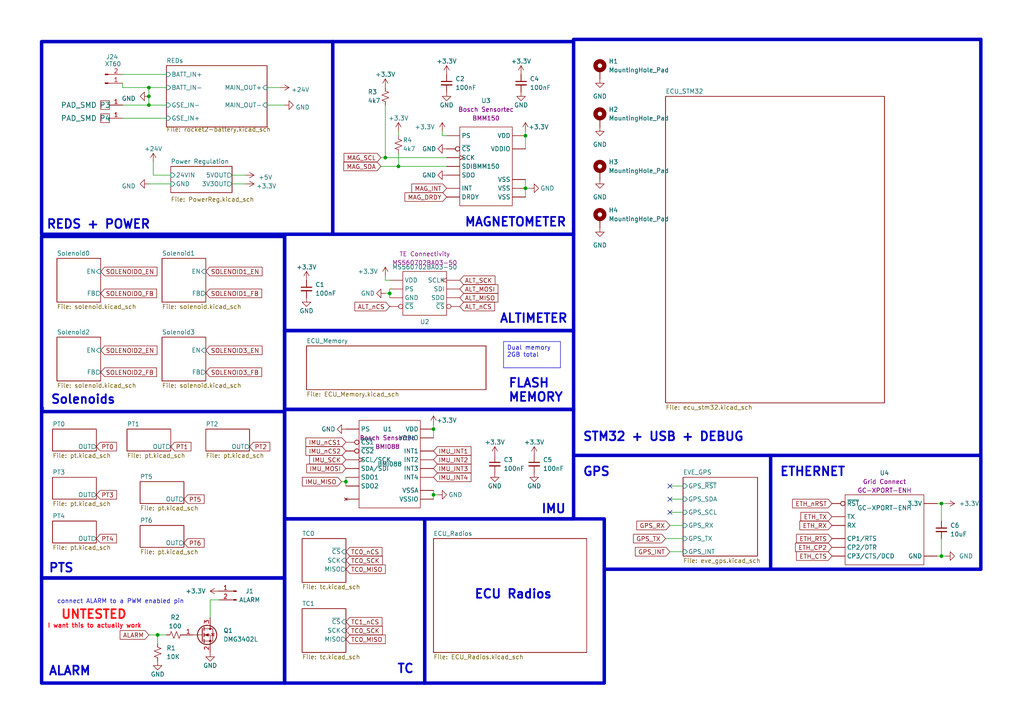
<source format=kicad_sch>
(kicad_sch (version 20231120) (generator "eeschema") (generator_version "8.0")
  (paper "A4")
  (title_block (title "Rocket2 ECU") (date "2024-03-10") (rev "0.1") (company "UCI Rocket Project Liquids") (comment 1 "Author: Eesh Vij"))
  (lib_symbols
    (symbol "+3.3V_1" (power) (pin_numbers hide) (pin_names (offset 0) hide)
      (property "Value" "+3.3V" (at 0 3.556 0))
      (symbol "+3.3V_1_0_1"
        (polyline (pts (xy -0.762 1.27) (xy 0 2.54)))
        (polyline (pts (xy 0 0) (xy 0 2.54)))
        (polyline (pts (xy 0 2.54) (xy 0.762 1.27)))
      )
      (symbol "+3.3V_1_1_1"
        (pin power_in line (at 0 0 90) (length 0) (name "~") (number "1"))
      )
    )
    (symbol "Connector:Conn_01x02_Pin" (pin_names (offset 1.016) hide)
      (property "Reference" "J" (at 0 2.54 0))
      (property "Value" "Conn_01x02_Pin" (at 0 -5.08 0))
      (symbol "Conn_01x02_Pin_1_1"
        (polyline (pts (xy 1.27 -2.54) (xy 0.8636 -2.54)) (stroke (width 0.1524)))
        (polyline (pts (xy 1.27 0) (xy 0.8636 0)) (stroke (width 0.1524)))
        (rectangle (start 0.8636 -2.413) (end 0 -2.667) (stroke (width 0.1524)) (fill (type outline)))
        (rectangle (start 0.8636 0.127) (end 0 -0.127) (stroke (width 0.1524)) (fill (type outline)))
        (pin passive line (at 5.08 0 180) (length 3.81) (name "Pin_1") (number "1"))
        (pin passive line (at 5.08 -2.54 180) (length 3.81) (name "Pin_2") (number "2"))
      )
    )
    (symbol "Device:C_Small" (pin_numbers hide) (pin_names (offset 0.254) hide)
      (property "Reference" "C" (at 0.254 1.778 0))
      (property "Value" "C_Small" (at 0.254 -2.032 0))
      (symbol "C_Small_0_1"
        (polyline (pts (xy -1.524 -0.508) (xy 1.524 -0.508)) (stroke (width 0.3302)))
        (polyline (pts (xy -1.524 0.508) (xy 1.524 0.508)) (stroke (width 0.3048)))
      )
      (symbol "C_Small_1_1"
        (pin passive line (at 0 2.54 270) (length 2.032) (name "~") (number "1"))
        (pin passive line (at 0 -2.54 90) (length 2.032) (name "~") (number "2"))
      )
    )
    (symbol "Device:Q_NMOS_GSD" (pin_names (offset 0) hide)
      (property "Reference" "Q" (at 5.08 1.27 0))
      (property "Value" "Q_NMOS_GSD" (at 5.08 -1.27 0))
      (symbol "Q_NMOS_GSD_0_1"
        (polyline (pts (xy 0.254 0) (xy -2.54 0)))
        (polyline (pts (xy 0.254 1.905) (xy 0.254 -1.905)) (stroke (width 0.254)))
        (polyline (pts (xy 0.762 -1.27) (xy 0.762 -2.286)) (stroke (width 0.254)))
        (polyline (pts (xy 0.762 0.508) (xy 0.762 -0.508)) (stroke (width 0.254)))
        (polyline (pts (xy 0.762 2.286) (xy 0.762 1.27)) (stroke (width 0.254)))
        (polyline (pts (xy 2.54 2.54) (xy 2.54 1.778)))
        (polyline (pts (xy 2.54 -2.54) (xy 2.54 0) (xy 0.762 0)))
        (polyline (pts (xy 0.762 -1.778) (xy 3.302 -1.778) (xy 3.302 1.778) (xy 0.762 1.778)))
        (polyline (pts (xy 1.016 0) (xy 2.032 0.381) (xy 2.032 -0.381) (xy 1.016 0)) (fill (type outline)))
        (polyline (pts (xy 2.794 0.508) (xy 2.921 0.381) (xy 3.683 0.381) (xy 3.81 0.254)))
        (polyline (pts (xy 3.302 0.381) (xy 2.921 -0.254) (xy 3.683 -0.254) (xy 3.302 0.381)))
        (circle (center 1.651 0) (radius 2.794) (stroke (width 0.254)))
        (circle (center 2.54 -1.778) (radius 0.254) (fill (type outline)))
        (circle (center 2.54 1.778) (radius 0.254) (fill (type outline)))
      )
      (symbol "Q_NMOS_GSD_1_1"
        (pin input line (at -5.08 0 0) (length 2.54) (name "G") (number "1"))
        (pin passive line (at 2.54 -5.08 90) (length 2.54) (name "S") (number "2"))
        (pin passive line (at 2.54 5.08 270) (length 2.54) (name "D") (number "3"))
      )
    )
    (symbol "Device:R_Small_US" (pin_numbers hide) (pin_names (offset 0.254) hide)
      (property "Reference" "R" (at 0.762 0.508 0))
      (property "Value" "R_Small_US" (at 0.762 -1.016 0))
      (symbol "R_Small_US_1_1"
        (polyline (pts (xy 0 0) (xy 1.016 -0.381) (xy 0 -0.762) (xy -1.016 -1.143) (xy 0 -1.524)))
        (polyline (pts (xy 0 1.524) (xy 1.016 1.143) (xy 0 0.762) (xy -1.016 0.381) (xy 0 0)))
        (pin passive line (at 0 2.54 270) (length 1.016) (name "~") (number "1"))
        (pin passive line (at 0 -2.54 90) (length 1.016) (name "~") (number "2"))
      )
    )
    (symbol "GND_1" (power) (pin_numbers hide) (pin_names (offset 0) hide)
      (property "Value" "GND" (at 0 -3.81 0))
      (symbol "GND_1_0_1"
        (polyline (pts (xy 0 0) (xy 0 -1.27) (xy 1.27 -1.27) (xy 0 -2.54) (xy -1.27 -1.27) (xy 0 -1.27)))
      )
      (symbol "GND_1_1_1"
        (pin power_in line (at 0 0 270) (length 0) (name "~") (number "1"))
      )
    )
    (symbol "Mechanical:MountingHole_Pad" (pin_numbers hide) (pin_names (offset 1.016) hide) (exclude_from_sim yes) (in_bom no)
      (property "Reference" "H" (at 0 6.35 0))
      (property "Value" "MountingHole_Pad" (at 0 4.445 0))
      (symbol "MountingHole_Pad_0_1"
        (circle (center 0 1.27) (radius 1.27) (stroke (width 1.27)))
      )
      (symbol "MountingHole_Pad_1_1"
        (pin input line (at 0 -2.54 90) (length 2.54) (name "1") (number "1"))
      )
    )
    (symbol "UCIRP-KiCAD-Lib:BMI088" (pin_numbers hide)
      (property "Reference" "U" (at 0 13.97 0))
      (property "Manufacturer" "Bosch" (at 0 0 0))
      (property "Part #" "BMI088" (at 0 0 0))
      (symbol "BMI088_0_1"
        (rectangle (start -8.89 12.7) (end 8.89 -12.7))
      )
      (symbol "BMI088_1_1"
        (pin bidirectional line (at 12.7 1.27 180) (length 3.81) (name "INT2") (number "1"))
        (pin output line (at -12.7 -6.35 0) (length 3.81) (name "SDO2") (number "10"))
        (pin power_in line (at 12.7 7.62 180) (length 3.81) (name "VDDIO") (number "11"))
        (pin bidirectional line (at 12.7 -1.27 180) (length 3.81) (name "INT3") (number "12"))
        (pin bidirectional line (at 12.7 -3.81 180) (length 3.81) (name "INT4") (number "13"))
        (pin input inverted (at -12.7 6.35 0) (length 3.81) (name "~{CS1}") (number "14"))
        (pin output line (at -12.7 -3.81 0) (length 3.81) (name "SDO1") (number "15"))
        (pin bidirectional line (at 12.7 3.81 180) (length 3.81) (name "INT1") (number "16"))
        (pin no_connect line (at -12.7 -10.16 0) (length 3.81) (name "") (number "2"))
        (pin power_in line (at 12.7 10.16 180) (length 3.81) (name "VDD") (number "3"))
        (pin power_in line (at 12.7 -7.62 180) (length 3.81) (name "VSSA") (number "4"))
        (pin input inverted (at -12.7 3.81 0) (length 3.81) (name "~{CS2}") (number "5"))
        (pin power_in line (at 12.7 -10.16 180) (length 3.81) (name "VSSIO") (number "6"))
        (pin input line (at -12.7 10.16 0) (length 3.81) (name "PS") (number "7"))
        (pin input clock (at -12.7 1.27 0) (length 3.81) (name "SCL/SCK") (number "8"))
        (pin bidirectional line (at -12.7 -1.27 0) (length 3.81) (name "SDA/SDI") (number "9"))
      )
    )
    (symbol "UCIRP-KiCAD-Lib:BMM150" (pin_numbers hide)
      (property "Reference" "U" (at 0 12.7 0))
      (property "Manufacturer" "Bosch" (at 0 0 0))
      (property "Part #" "BMM150" (at 0 0 0))
      (symbol "BMM150_0_1"
        (rectangle (start -7.62 11.43) (end 7.62 -11.43))
      )
      (symbol "BMM150_1_1"
        (pin input line (at -11.43 8.89 0) (length 3.81) (name "PS") (number "A1"))
        (pin input clock (at -11.43 2.54 0) (length 3.81) (name "SCK") (number "A3"))
        (pin input inverted (at -11.43 5.08 0) (length 3.81) (name "~{CS}") (number "A5"))
        (pin power_in line (at 11.43 5.08 180) (length 3.81) (name "VDDIO") (number "B2"))
        (pin bidirectional line (at -11.43 0 0) (length 3.81) (name "SDI") (number "B4"))
        (pin output line (at -11.43 -2.54 0) (length 3.81) (name "SDO") (number "C1"))
        (pin power_in line (at 11.43 -3.81 180) (length 3.81) (name "VSS") (number "C5"))
        (pin output line (at -11.43 -6.35 0) (length 3.81) (name "INT") (number "D2"))
        (pin output line (at -11.43 -8.89 0) (length 3.81) (name "DRDY") (number "D4"))
        (pin power_in line (at 11.43 -6.35 180) (length 3.81) (name "VSS") (number "E1"))
        (pin power_in line (at 11.43 -8.89 180) (length 3.81) (name "VSS") (number "E3"))
        (pin power_in line (at 11.43 8.89 180) (length 3.81) (name "VDD") (number "E5"))
      )
    )
    (symbol "UCIRP-KiCAD-Lib:GC-XPORT" (pin_numbers hide)
      (property "Reference" "U" (at 0 17.78 0))
      (property "Manufacturer" "Grid Connect" (at 0 0 0))
      (property "Part #" "GC-XPORT-ENH" (at 0 0 0))
      (symbol "GC-XPORT_0_1"
        (rectangle (start -11.43 10.16) (end 11.43 -10.16))
      )
      (symbol "GC-XPORT_1_1"
        (pin power_in line (at 15.24 -7.62 180) (length 3.81) (name "GND") (number "1"))
        (pin power_in line (at 15.24 7.62 180) (length 3.81) (name "3.3V") (number "2"))
        (pin input inverted (at -15.24 7.62 0) (length 3.81) (name "~{RST}") (number "3"))
        (pin output line (at -15.24 3.81 0) (length 3.81) (name "TX") (number "4"))
        (pin input line (at -15.24 1.27 0) (length 3.81) (name "RX") (number "5"))
        (pin bidirectional line (at -15.24 -2.54 0) (length 3.81) (name "CP1/RTS") (number "6"))
        (pin bidirectional line (at -15.24 -5.08 0) (length 3.81) (name "CP2/DTR") (number "7"))
        (pin bidirectional line (at -15.24 -7.62 0) (length 3.81) (name "CP3/CTS/DCD") (number "8"))
      )
    )
    (symbol "UCIRP-KiCAD-Lib:MS5607-02BA" (pin_numbers hide)
      (property "Reference" "U" (at 0 7.62 0))
      (property "Manufacturer" "TE" (at 0 0 0))
      (property "Part #" "MS560702BA03-50" (at 0 0 0))
      (symbol "MS5607-02BA_0_1"
        (rectangle (start -6.35 6.35) (end 6.35 -6.35))
      )
      (symbol "MS5607-02BA_1_1"
        (pin power_in line (at -10.16 3.81 0) (length 3.81) (name "VDD") (number "1"))
        (pin input line (at -10.16 1.27 0) (length 3.81) (name "PS") (number "2"))
        (pin power_in line (at -10.16 -1.27 0) (length 3.81) (name "GND") (number "3"))
        (pin input inverted (at -10.16 -3.81 0) (length 3.81) (name "~{CS}") (number "4"))
        (pin input inverted (at 10.16 -3.81 180) (length 3.81) (name "~{CS}") (number "5"))
        (pin output line (at 10.16 -1.27 180) (length 3.81) (name "SDO") (number "6"))
        (pin bidirectional line (at 10.16 1.27 180) (length 3.81) (name "SDI") (number "7"))
        (pin input clock (at 10.16 3.81 180) (length 3.81) (name "SCLK") (number "8"))
      )
    )
    (symbol "pkl_misc:PAD_SMD" (pin_names (offset 1.016) hide)
      (property "Reference" "P" (at 0 -3.81 0))
      (property "Value" "PAD_SMD" (at 0 3.81 0))
      (symbol "PAD_SMD_0_1"
        (rectangle (start -1.27 1.27) (end 1.27 -1.27))
      )
      (symbol "PAD_SMD_1_1"
        (pin input line (at -5.08 0 0) (length 3.81) (name "PAD") (number "1"))
      )
    )
    (symbol "power:+24V" (power) (pin_names (offset 0))
      (property "Value" "+24V" (at 0 3.556 0))
      (symbol "+24V_0_1"
        (polyline (pts (xy -0.762 1.27) (xy 0 2.54)))
        (polyline (pts (xy 0 0) (xy 0 2.54)))
        (polyline (pts (xy 0 2.54) (xy 0.762 1.27)))
      )
      (symbol "+24V_1_1"
        (pin power_in line (at 0 0 90) (length 0) hide (name "+24V") (number "1"))
      )
    )
    (symbol "power:+3.3V" (power) (pin_names (offset 0))
      (property "Value" "+3.3V" (at 0 3.556 0))
      (symbol "+3.3V_0_1"
        (polyline (pts (xy -0.762 1.27) (xy 0 2.54)))
        (polyline (pts (xy 0 0) (xy 0 2.54)))
        (polyline (pts (xy 0 2.54) (xy 0.762 1.27)))
      )
      (symbol "+3.3V_1_1"
        (pin power_in line (at 0 0 90) (length 0) hide (name "+3.3V") (number "1"))
      )
    )
    (symbol "power:+5V" (power) (pin_names (offset 0))
      (property "Value" "+5V" (at 0 3.556 0))
      (symbol "+5V_0_1"
        (polyline (pts (xy -0.762 1.27) (xy 0 2.54)))
        (polyline (pts (xy 0 0) (xy 0 2.54)))
        (polyline (pts (xy 0 2.54) (xy 0.762 1.27)))
      )
      (symbol "+5V_1_1"
        (pin power_in line (at 0 0 90) (length 0) hide (name "+5V") (number "1"))
      )
    )
    (symbol "power:GND" (power) (pin_names (offset 0))
      (property "Value" "GND" (at 0 -3.81 0))
      (symbol "GND_0_1"
        (polyline (pts (xy 0 0) (xy 0 -1.27) (xy 1.27 -1.27) (xy 0 -2.54) (xy -1.27 -1.27) (xy 0 -1.27)))
      )
      (symbol "GND_1_1"
        (pin power_in line (at 0 0 270) (length 0) hide (name "GND") (number "1"))
      )
    )
  )
  (junction (at 45.72 184.15))
  (junction (at 115.57 48.26))
  (junction (at 111.76 45.72))
  (junction (at 152.4 54.61))
  (junction (at 43.18 30.48))
  (junction (at 113.03 85.09))
  (junction (at 43.18 27.94))
  (junction (at 273.05 161.29))
  (junction (at 152.4 39.37))
  (junction (at 43.18 25.4))
  (junction (at 100.33 139.7))
  (junction (at 125.73 143.51))
  (junction (at 273.05 146.05))
  (junction (at 125.73 124.46))
  (no_connect (at 194.31 148.59))
  (no_connect (at 194.31 144.78))
  (no_connect (at 194.31 140.97))
  (wire (pts (xy 115.57 39.37) (xy 115.57 38.1)))
  (wire (pts (xy 43.18 53.34) (xy 49.53 53.34)))
  (wire (pts (xy 152.4 39.37) (xy 152.4 43.18)))
  (wire (pts (xy 194.31 148.59) (xy 198.12 148.59)))
  (wire (pts (xy 194.31 160.02) (xy 198.12 160.02)))
  (polyline (pts (xy 284.48 132.08) (xy 284.48 11.43)) (stroke (width 1)))
  (wire (pts (xy 67.31 53.34) (xy 71.12 53.34)))
  (wire (pts (xy 125.73 124.46) (xy 125.73 127)))
  (wire (pts (xy 49.53 50.8) (xy 44.45 50.8)))
  (wire (pts (xy 273.05 156.21) (xy 273.05 161.29)))
  (wire (pts (xy 110.49 45.72) (xy 111.76 45.72)))
  (wire (pts (xy 43.18 27.94) (xy 43.18 30.48)))
  (wire (pts (xy 45.72 184.15) (xy 45.72 186.69)))
  (wire (pts (xy 43.18 30.48) (xy 48.26 30.48)))
  (wire (pts (xy 273.05 146.05) (xy 271.78 146.05)))
  (polyline (pts (xy 284.48 165.1) (xy 284.48 132.08)) (stroke (width 1)))
  (polyline (pts (xy 123.19 151.13) (xy 123.19 198.12)) (stroke (width 1.016)))
  (wire (pts (xy 44.45 46.99) (xy 44.45 50.8)))
  (polyline (pts (xy 166.37 132.08) (xy 284.48 132.08)) (stroke (width 1)))
  (wire (pts (xy 128.27 39.37) (xy 128.27 38.1)))
  (wire (pts (xy 77.47 25.4) (xy 81.28 25.4)))
  (wire (pts (xy 60.96 173.99) (xy 60.96 179.07)))
  (wire (pts (xy 113.03 86.36) (xy 113.03 85.09)))
  (wire (pts (xy 35.56 34.29) (xy 48.26 34.29)))
  (polyline (pts (xy 284.48 11.43) (xy 166.37 11.43)) (stroke (width 1)))
  (wire (pts (xy 35.56 21.59) (xy 48.26 21.59)))
  (wire (pts (xy 115.57 48.26) (xy 129.54 48.26)))
  (wire (pts (xy 43.18 25.4) (xy 43.18 27.94)))
  (wire (pts (xy 194.31 140.97) (xy 198.12 140.97)))
  (wire (pts (xy 111.76 45.72) (xy 129.54 45.72)))
  (polyline (pts (xy 223.52 132.08) (xy 223.52 165.1)) (stroke (width 1)))
  (wire (pts (xy 129.54 39.37) (xy 128.27 39.37)))
  (wire (pts (xy 194.31 152.4) (xy 198.12 152.4)))
  (wire (pts (xy 125.73 142.24) (xy 125.73 143.51)))
  (polyline (pts (xy 82.55 119.38) (xy 12.7 119.38)) (stroke (width 1)))
  (wire (pts (xy 43.18 184.15) (xy 45.72 184.15)))
  (wire (pts (xy 152.4 54.61) (xy 153.67 54.61)))
  (polyline (pts (xy 175.26 165.1) (xy 284.48 165.1)) (stroke (width 1)))
  (wire (pts (xy 48.26 184.15) (xy 45.72 184.15)))
  (wire (pts (xy 113.03 85.09) (xy 111.76 85.09)))
  (wire (pts (xy 274.32 161.29) (xy 273.05 161.29)))
  (wire (pts (xy 152.4 38.1) (xy 152.4 39.37)))
  (wire (pts (xy 193.04 156.21) (xy 198.12 156.21)))
  (wire (pts (xy 273.05 161.29) (xy 271.78 161.29)))
  (polyline (pts (xy 12.7 119.38) (xy 12.7 118.11)))
  (wire (pts (xy 77.47 30.48) (xy 82.55 30.48)))
  (polyline (pts (xy 82.55 140.97) (xy 82.55 142.24)))
  (wire (pts (xy 111.76 81.28) (xy 111.76 80.01)))
  (wire (pts (xy 152.4 52.07) (xy 152.4 54.61)))
  (wire (pts (xy 111.76 30.48) (xy 111.76 45.72)))
  (wire (pts (xy 48.26 25.4) (xy 43.18 25.4)))
  (wire (pts (xy 194.31 144.78) (xy 198.12 144.78)))
  (wire (pts (xy 125.73 143.51) (xy 127 143.51)))
  (wire (pts (xy 125.73 123.19) (xy 125.73 124.46)))
  (wire (pts (xy 35.56 24.13) (xy 35.56 25.4)))
  (wire (pts (xy 35.56 30.48) (xy 43.18 30.48)))
  (wire (pts (xy 100.33 138.43) (xy 100.33 139.7)))
  (wire (pts (xy 152.4 54.61) (xy 152.4 57.15)))
  (polyline (pts (xy 166.37 11.43) (xy 166.37 12.7)))
  (wire (pts (xy 100.33 139.7) (xy 100.33 140.97)))
  (wire (pts (xy 274.32 146.05) (xy 273.05 146.05)))
  (wire (pts (xy 35.56 25.4) (xy 43.18 25.4)))
  (wire (pts (xy 113.03 85.09) (xy 113.03 83.82)))
  (wire (pts (xy 67.31 50.8) (xy 71.12 50.8)))
  (wire (pts (xy 125.73 143.51) (xy 125.73 144.78)))
  (wire (pts (xy 110.49 48.26) (xy 115.57 48.26)))
  (wire (pts (xy 63.5 173.99) (xy 60.96 173.99)))
  (wire (pts (xy 113.03 81.28) (xy 111.76 81.28)))
  (wire (pts (xy 99.06 139.7) (xy 100.33 139.7)))
  (wire (pts (xy 115.57 44.45) (xy 115.57 48.26)))
  (wire (pts (xy 273.05 146.05) (xy 273.05 151.13)))
  (rectangle (start 82.55 150.495) (end 175.26 198.12) (stroke (width 1)))
  (rectangle (start 82.55 118.745) (end 166.37 150.495) (stroke (width 1)))
  (rectangle (start 12.065 167.64) (end 82.55 198.12) (stroke (width 1)))
  (rectangle (start 82.55 95.885) (end 166.37 118.745) (stroke (width 1)))
  (rectangle (start 96.52 12.065) (end 166.37 67.945) (stroke (width 1)))
  (rectangle (start 12.065 68.58) (end 82.55 167.64) (stroke (width 1)))
  (rectangle (start 82.55 67.945) (end 166.37 95.885) (stroke (width 1)))
  (rectangle (start 12.065 12.065) (end 96.52 67.945) (stroke (width 1)))
  (text_box "Dual memory 2GB total" (at 146.05 99.06 0) (size 16.51 7.62) (effects (font (size 1.27 1.27)) (justify left top)))
  (text "connect ALARM to a PWM enabled pin\n" (at 16.51 175.26 0) (effects (font (size 1.27 1.27)) (justify left bottom)))
  (text "ECU Radios" (at 148.844 172.466 0) (effects (font (size 2.54 2.54) (thickness 0.508) (bold yes))))
  (text "ALTIMETER" (at 144.78 93.98 0) (effects (font (size 2.54 2.54) (bold yes)) (justify left bottom)))
  (text "GPS" (at 168.91 138.43 0) (effects (font (size 2.54 2.54) (bold yes)) (justify left bottom)))
  (text "Solenoids" (at 14.605 117.475 0) (effects (font (size 2.54 2.54) (bold yes)) (justify left bottom)))
  (text "REDS + POWER" (at 13.335 66.675 0) (effects (font (size 2.54 2.54) (thickness 0.508) (bold yes)) (justify left bottom)))
  (text "FLASH\nMEMORY" (at 147.32 116.84 0) (effects (font (size 2.54 2.54) (bold yes)) (justify left bottom)))
  (text "MAGNETOMETER" (at 134.62 66.04 0) (effects (font (size 2.54 2.54) (bold yes)) (justify left bottom)))
  (text "TC" (at 115.062 195.58 0) (effects (font (size 2.54 2.54) (bold yes)) (justify left bottom)))
  (text "STM32 + USB + DEBUG" (at 168.91 128.27 0) (effects (font (size 2.54 2.54) (thickness 0.508) (bold yes)) (justify left bottom)))
  (text "UNTESTED" (at 17.526 179.832 0) (effects (font (size 2.54 2.54) (thickness 0.508) (bold yes)) (justify left bottom)))
  (text "IMU" (at 156.845 149.225 0) (effects (font (size 2.54 2.54) (bold yes)) (justify left bottom)))
  (text "PTS" (at 13.97 166.37 0) (effects (font (size 2.54 2.54) (bold yes)) (justify left bottom)))
  (text "ETHERNET" (at 226.06 138.43 0) (effects (font (size 2.54 2.54) (bold yes)) (justify left bottom)))
  (text "I want this to actually work" (at 27.432 181.61 0) (effects (font (size 1.27 1.27) (bold yes))))
  (text "ALARM" (at 13.97 196.215 0) (effects (font (size 2.54 2.54) (thickness 0.508) (bold yes)) (justify left bottom)))
  (global_label "ETH_RTS" (shape input) (at 241.3 156.21 180) (property "Intersheetrefs" "${INTERSHEET_REFS}" (effects (hide yes))))
  (global_label "MAG_DRDY" (shape input) (at 129.54 57.15 180) (property "Intersheetrefs" "${INTERSHEET_REFS}" (effects (hide yes))))
  (global_label "PT4" (shape input) (at 27.94 156.21 0) (property "Intersheetrefs" "${INTERSHEET_REFS}" (effects (hide yes))))
  (global_label "GPS_INT" (shape input) (at 194.31 160.02 180) (property "Intersheetrefs" "${INTERSHEET_REFS}" (effects (hide yes))))
  (global_label "SOLENOID3_EN" (shape input) (at 59.69 101.6 0) (property "Intersheetrefs" "${INTERSHEET_REFS}" (effects (hide yes))))
  (global_label "PT5" (shape input) (at 53.34 144.78 0) (property "Intersheetrefs" "${INTERSHEET_REFS}" (effects (hide yes))))
  (global_label "TC0_SCK" (shape input) (at 100.33 162.56 0) (property "Intersheetrefs" "${INTERSHEET_REFS}" (effects (hide yes))))
  (global_label "ALT_nCS" (shape input) (at 113.03 88.9 180) (property "Intersheetrefs" "${INTERSHEET_REFS}" (effects (hide yes))))
  (global_label "ETH_RX" (shape input) (at 241.3 152.4 180) (property "Intersheetrefs" "${INTERSHEET_REFS}" (effects (hide yes))))
  (global_label "IMU_nCS2" (shape input) (at 100.33 130.81 180) (property "Intersheetrefs" "${INTERSHEET_REFS}" (effects (hide yes))))
  (global_label "IMU_INT2" (shape input) (at 125.73 133.35 0) (property "Intersheetrefs" "${INTERSHEET_REFS}" (effects (hide yes))))
  (global_label "ALT_MISO" (shape input) (at 133.35 86.36 0) (property "Intersheetrefs" "${INTERSHEET_REFS}" (effects (hide yes))))
  (global_label "GPS_TX" (shape input) (at 193.04 156.21 180) (property "Intersheetrefs" "${INTERSHEET_REFS}" (effects (hide yes))))
  (global_label "TC0_SCK" (shape input) (at 100.33 182.88 0) (property "Intersheetrefs" "${INTERSHEET_REFS}" (effects (hide yes))))
  (global_label "ALT_MOSI" (shape input) (at 133.35 83.82 0) (property "Intersheetrefs" "${INTERSHEET_REFS}" (effects (hide yes))))
  (global_label "IMU_INT4" (shape input) (at 125.73 138.43 0) (property "Intersheetrefs" "${INTERSHEET_REFS}" (effects (hide yes))))
  (global_label "ETH_nRST" (shape input) (at 241.3 146.05 180) (property "Intersheetrefs" "${INTERSHEET_REFS}" (effects (hide yes))))
  (global_label "PT0" (shape input) (at 27.94 129.54 0) (property "Intersheetrefs" "${INTERSHEET_REFS}" (effects (hide yes))))
  (global_label "SOLENOID0_FB" (shape input) (at 29.21 85.09 0) (property "Intersheetrefs" "${INTERSHEET_REFS}" (effects (hide yes))))
  (global_label "ALT_nCS" (shape input) (at 133.35 88.9 0) (property "Intersheetrefs" "${INTERSHEET_REFS}" (effects (hide yes))))
  (global_label "TC0_MISO" (shape input) (at 100.33 185.42 0) (property "Intersheetrefs" "${INTERSHEET_REFS}" (effects (hide yes))))
  (global_label "SOLENOID3_FB" (shape input) (at 59.69 107.95 0) (property "Intersheetrefs" "${INTERSHEET_REFS}" (effects (hide yes))))
  (global_label "IMU_SCK" (shape input) (at 100.33 133.35 180) (property "Intersheetrefs" "${INTERSHEET_REFS}" (effects (hide yes))))
  (global_label "SOLENOID1_FB" (shape input) (at 59.69 85.09 0) (property "Intersheetrefs" "${INTERSHEET_REFS}" (effects (hide yes))))
  (global_label "IMU_INT1" (shape input) (at 125.73 130.81 0) (property "Intersheetrefs" "${INTERSHEET_REFS}" (effects (hide yes))))
  (global_label "MAG_SCL" (shape input) (at 110.49 45.72 180) (property "Intersheetrefs" "${INTERSHEET_REFS}" (effects (hide yes))))
  (global_label "SOLENOID2_EN" (shape input) (at 29.21 101.6 0) (property "Intersheetrefs" "${INTERSHEET_REFS}" (effects (hide yes))))
  (global_label "ETH_CP2" (shape input) (at 241.3 158.75 180) (property "Intersheetrefs" "${INTERSHEET_REFS}" (effects (hide yes))))
  (global_label "SOLENOID1_EN" (shape input) (at 59.69 78.74 0) (property "Intersheetrefs" "${INTERSHEET_REFS}" (effects (hide yes))))
  (global_label "ALARM" (shape input) (at 43.18 184.15 180) (property "Intersheetrefs" "${INTERSHEET_REFS}" (effects (hide yes))))
  (global_label "SOLENOID2_FB" (shape input) (at 29.21 107.95 0) (property "Intersheetrefs" "${INTERSHEET_REFS}" (effects (hide yes))))
  (global_label "PT1" (shape input) (at 49.53 129.54 0) (property "Intersheetrefs" "${INTERSHEET_REFS}" (effects (hide yes))))
  (global_label "PT6" (shape input) (at 53.34 157.48 0) (property "Intersheetrefs" "${INTERSHEET_REFS}" (effects (hide yes))))
  (global_label "PT2" (shape input) (at 72.39 129.54 0) (property "Intersheetrefs" "${INTERSHEET_REFS}" (effects (hide yes))))
  (global_label "MAG_SDA" (shape input) (at 110.49 48.26 180) (property "Intersheetrefs" "${INTERSHEET_REFS}" (effects (hide yes))))
  (global_label "GPS_RX" (shape input) (at 194.31 152.4 180) (property "Intersheetrefs" "${INTERSHEET_REFS}" (effects (hide yes))))
  (global_label "TC0_MISO" (shape input) (at 100.33 165.1 0) (property "Intersheetrefs" "${INTERSHEET_REFS}" (effects (hide yes))))
  (global_label "PT3" (shape input) (at 27.94 143.51 0) (property "Intersheetrefs" "${INTERSHEET_REFS}" (effects (hide yes))))
  (global_label "ETH_TX" (shape input) (at 241.3 149.86 180) (property "Intersheetrefs" "${INTERSHEET_REFS}" (effects (hide yes))))
  (global_label "IMU_nCS1" (shape input) (at 100.33 128.27 180) (property "Intersheetrefs" "${INTERSHEET_REFS}" (effects (hide yes))))
  (global_label "MAG_INT" (shape input) (at 129.54 54.61 180) (property "Intersheetrefs" "${INTERSHEET_REFS}" (effects (hide yes))))
  (global_label "IMU_INT3" (shape input) (at 125.73 135.89 0) (property "Intersheetrefs" "${INTERSHEET_REFS}" (effects (hide yes))))
  (global_label "IMU_MOSI" (shape input) (at 100.33 135.89 180) (property "Intersheetrefs" "${INTERSHEET_REFS}" (effects (hide yes))))
  (global_label "TC1_nCS" (shape input) (at 100.33 180.34 0) (property "Intersheetrefs" "${INTERSHEET_REFS}" (effects (hide yes))))
  (global_label "ALT_SCK" (shape input) (at 133.35 81.28 0) (property "Intersheetrefs" "${INTERSHEET_REFS}" (effects (hide yes))))
  (global_label "SOLENOID0_EN" (shape input) (at 29.21 78.74 0) (property "Intersheetrefs" "${INTERSHEET_REFS}" (effects (hide yes))))
  (global_label "ETH_CTS" (shape input) (at 241.3 161.29 180) (property "Intersheetrefs" "${INTERSHEET_REFS}" (effects (hide yes))))
  (global_label "TC0_nCS" (shape input) (at 100.33 160.02 0) (property "Intersheetrefs" "${INTERSHEET_REFS}" (effects (hide yes))))
  (global_label "IMU_MISO" (shape input) (at 99.06 139.7 180) (property "Intersheetrefs" "${INTERSHEET_REFS}" (effects (hide yes))))
  (symbol (lib_id "Device:R_Small_US") (at 111.76 27.94 0) (unit 1)
    (property "Reference" "R3" (at 106.68 26.67 0) (effects (justify left)))
    (property "Value" "4k7" (at 106.68 29.21 0) (effects (justify left)))
    (property "Footprint" "Resistor_SMD:R_0402_1005Metric" (effects (hide yes)))
    (property "Part #" "Generic RES SMD 4.7K OHM 1% 1/4W 0402" (effects (hide yes)))
    (property "Manufacturer" "Generic" (effects (hide yes)))
  )
  (symbol (lib_id "pkl_misc:PAD_SMD") (at 30.48 34.29 180) (unit 1)
    (property "Reference" "P4" (at 30.48 34.29 0) (effects (font (size 1.524 1.524))))
    (property "Value" "PAD_SMD" (at 22.86 34.29 0) (effects (font (size 1.524 1.524))))
    (property "Footprint" "TestPoint:TestPoint_Plated_Hole_D4.0mm" (effects (hide yes)))
  )
  (symbol (lib_id "Mechanical:MountingHole_Pad") (at 173.99 20.32 0) (unit 1) (exclude_from_sim yes) (in_bom no)
    (property "Reference" "H1" (at 176.53 17.7799 0) (effects (justify left)))
    (property "Value" "MountingHole_Pad" (at 176.53 20.3199 0) (effects (justify left)))
    (property "Footprint" "MountingHole:MountingHole_4.3mm_M4_Pad_Via" (effects (hide yes)))
    (property "Description" "Mounting Hole with connection" (effects (hide yes)))
  )
  (symbol (lib_id "Device:Q_NMOS_GSD") (at 58.42 184.15 0) (unit 1)
    (property "Reference" "Q1" (at 64.77 182.88 0) (effects (justify left)))
    (property "Value" "DMG3402L" (at 64.77 185.42 0) (effects (justify left)))
    (property "Footprint" "Package_TO_SOT_SMD:SOT-23-3" (effects (hide yes)))
    (property "Datasheet" "https://www.diodes.com/assets/Datasheets/DMG3402L.pdf" (effects (hide yes)))
    (property "Manufacturer" "Diodes Incorporated" (effects (hide yes)))
    (property "Part #" "DMG3402L" (effects (hide yes)))
  )
  (symbol (lib_id "UCIRP-KiCAD-Lib:GC-XPORT") (at 256.54 153.67 0) (unit 1)
    (property "Reference" "U4" (at 256.54 137.16 0))
    (property "Value" "GC-XPORT-ENH" (at 256.54 147.32 0))
    (property "Footprint" "0UCIRP-KiCAD-Lib:GC-XPORT" (effects (hide yes)))
    (property "Datasheet" "https://gridconnect.box.com/shared/static/bu8k99agcgg8gspnja0ca8w7647gfghh.pdf" (effects (hide yes)))
    (property "Manufacturer" "Grid Connect" (at 256.54 139.7 0))
    (property "Part #" "GC-XPORT-ENH" (at 256.54 142.24 0))
  )
  (symbol (lib_id "Device:C_Small") (at 273.05 153.67 0) (unit 1)
    (property "Reference" "C6" (at 275.59 152.4 0) (effects (justify left)))
    (property "Value" "10uF" (at 275.59 154.9463 0) (effects (justify left)))
    (property "Footprint" "Capacitor_SMD:C_0603_1608Metric" (effects (hide yes)))
    (property "Manufacturer" "Generic" (effects (hide yes)))
    (property "Part #" "Generic CAP CER 10UF 50V X7R 0603" (effects (hide yes)))
  )
  (symbol (lib_id "power:GND") (at 43.18 53.34 270) (unit 1)
    (property "Reference" "#PWR02" (effects (hide yes)))
    (property "Value" "GND" (at 39.37 53.975 90) (effects (justify right)))
  )
  (symbol (lib_id "Connector:Conn_01x02_Pin") (at 30.48 24.13 0) (mirror x) (unit 1)
    (property "Reference" "J24" (at 32.512 16.51 0))
    (property "Value" "XT60" (at 32.766 18.542 0))
    (property "Footprint" "Connector_AMASS:AMASS_XT60PW-M_1x02_P7.20mm_Horizontal" (effects (hide yes)))
    (property "Description" "Generic connector, single row, 01x02, script generated" (effects (hide yes)))
  )
  (symbol (lib_id "pkl_misc:PAD_SMD") (at 30.48 30.48 180) (unit 1)
    (property "Reference" "P3" (at 30.48 30.48 0) (effects (font (size 1.524 1.524))))
    (property "Value" "PAD_SMD" (at 22.86 30.48 0) (effects (font (size 1.524 1.524))))
    (property "Footprint" "TestPoint:TestPoint_Plated_Hole_D4.0mm" (effects (hide yes)))
  )
  (symbol (lib_name "GND_1") (lib_id "power:GND") (at 173.99 36.83 0) (unit 1)
    (property "Reference" "#PWR0361" (effects (hide yes)))
    (property "Value" "GND" (at 173.99 41.91 0))
    (property "Description" "Power symbol creates a global label with name \"GND\" , ground" (effects (hide yes)))
  )
  (symbol (lib_id "power:+24V") (at 44.45 46.99 0) (unit 1)
    (property "Reference" "#PWR03" (effects (hide yes)))
    (property "Value" "+24V" (at 44.45 43.18 0))
  )
  (symbol (lib_id "power:GND") (at 43.18 27.94 270) (unit 1)
    (property "Reference" "#PWR01" (effects (hide yes)))
    (property "Value" "GND" (at 39.37 28.575 90) (effects (justify right)))
  )
  (symbol (lib_id "UCIRP-KiCAD-Lib:BMM150") (at 140.97 48.26 0) (unit 1)
    (property "Reference" "U3" (at 140.97 29.21 0))
    (property "Value" "BMM150" (at 140.97 48.26 0))
    (property "Footprint" "Package_CSP:WLCSP-12_1.56x1.56mm_P0.4mm" (effects (hide yes)))
    (property "Datasheet" "https://www.bosch-sensortec.com/media/boschsensortec/downloads/datasheets/bst-bmm150-ds001.pdf" (effects (hide yes)))
    (property "Manufacturer" "Bosch Sensortec" (at 140.97 31.75 0))
    (property "Part #" "BMM150" (at 140.97 34.29 0))
  )
  (symbol (lib_id "power:GND") (at 154.94 137.16 0) (unit 1)
    (property "Reference" "#PWR032" (effects (hide yes)))
    (property "Value" "GND" (at 154.94 140.97 0))
  )
  (symbol (lib_id "power:+3.3V") (at 151.13 21.59 0) (unit 1)
    (property "Reference" "#PWR027" (effects (hide yes)))
    (property "Value" "+3.3V" (at 151.13 17.78 0))
  )
  (symbol (lib_id "power:GND") (at 129.54 50.8 270) (mirror x) (unit 1)
    (property "Reference" "#PWR024" (effects (hide yes)))
    (property "Value" "GND" (at 124.46 50.8 90))
  )
  (symbol (lib_id "power:+3.3V") (at 111.76 25.4 0) (unit 1)
    (property "Reference" "#PWR014" (effects (hide yes)))
    (property "Value" "+3.3V" (at 111.76 21.59 0))
  )
  (symbol (lib_id "power:GND") (at 60.96 189.23 0) (unit 1)
    (property "Reference" "#PWR05" (effects (hide yes)))
    (property "Value" "GND" (at 60.96 193.04 0))
  )
  (symbol (lib_id "power:GND") (at 100.33 124.46 270) (mirror x) (unit 1)
    (property "Reference" "#PWR013" (effects (hide yes)))
    (property "Value" "GND" (at 95.25 124.46 90))
  )
  (symbol (lib_id "UCIRP-KiCAD-Lib:MS5607-02BA") (at 123.19 85.09 0) (unit 1)
    (property "Reference" "U2" (at 123.19 93.345 0))
    (property "Value" "MS560702BA03-50" (at 123.19 77.47 0))
    (property "Footprint" "0UCIRP-KiCAD-Lib:MS5607-02BA" (effects (hide yes)))
    (property "Datasheet" "https://www.te.com/commerce/DocumentDelivery/DDEController?Action=showdoc&DocId=Data+Sheet%7FMS5607-02BA03%7FB4%7Fpdf%7FEnglish%7FENG_DS_MS5607-02BA03_B4.pdf%7FMS560702BA03-50" (effects (hide yes)))
    (property "Manufacturer" "TE Connectivity" (at 123.19 73.66 0))
    (property "Part #" "MS560702BA03-50" (at 123.19 76.2 0))
  )
  (symbol (lib_name "GND_1") (lib_id "power:GND") (at 173.99 66.04 0) (unit 1)
    (property "Reference" "#PWR0363" (effects (hide yes)))
    (property "Value" "GND" (at 173.99 71.12 0))
    (property "Description" "Power symbol creates a global label with name \"GND\" , ground" (effects (hide yes)))
  )
  (symbol (lib_id "power:GND") (at 143.51 137.16 0) (unit 1)
    (property "Reference" "#PWR026" (effects (hide yes)))
    (property "Value" "GND" (at 143.51 140.97 0))
  )
  (symbol (lib_id "power:GND") (at 129.54 43.18 270) (mirror x) (unit 1)
    (property "Reference" "#PWR023" (effects (hide yes)))
    (property "Value" "GND" (at 124.46 43.18 90))
  )
  (symbol (lib_id "power:GND") (at 129.54 26.67 0) (unit 1)
    (property "Reference" "#PWR022" (effects (hide yes)))
    (property "Value" "GND" (at 129.54 30.48 0))
  )
  (symbol (lib_id "power:GND") (at 88.9 86.36 0) (unit 1)
    (property "Reference" "#PWR012" (effects (hide yes)))
    (property "Value" "GND" (at 88.9 90.17 0))
  )
  (symbol (lib_id "power:+3.3V") (at 115.57 38.1 0) (unit 1)
    (property "Reference" "#PWR017" (effects (hide yes)))
    (property "Value" "+3.3V" (at 115.57 34.29 0))
  )
  (symbol (lib_id "power:GND") (at 274.32 161.29 90) (unit 1)
    (property "Reference" "#PWR034" (effects (hide yes)))
    (property "Value" "GND" (at 278.13 161.29 90) (effects (justify right)))
  )
  (symbol (lib_name "+3.3V_1") (lib_id "power:+3.3V") (at 63.5 171.45 90) (unit 1)
    (property "Reference" "#PWR06" (effects (hide yes)))
    (property "Value" "+3.3V" (at 59.69 171.4499 90) (effects (justify left)))
    (property "Description" "Power symbol creates a global label with name \"+3.3V\"" (effects (hide yes)))
  )
  (symbol (lib_name "GND_1") (lib_id "power:GND") (at 173.99 22.86 0) (unit 1)
    (property "Reference" "#PWR0214" (effects (hide yes)))
    (property "Value" "GND" (at 173.99 27.94 0))
    (property "Description" "Power symbol creates a global label with name \"GND\" , ground" (effects (hide yes)))
  )
  (symbol (lib_id "power:+3.3V") (at 152.4 38.1 0) (unit 1)
    (property "Reference" "#PWR029" (effects (hide yes)))
    (property "Value" "+3.3V" (at 156.21 36.83 0))
  )
  (symbol (lib_id "Mechanical:MountingHole_Pad") (at 173.99 49.53 0) (unit 1) (exclude_from_sim yes) (in_bom no)
    (property "Reference" "H3" (at 176.53 46.9899 0) (effects (justify left)))
    (property "Value" "MountingHole_Pad" (at 176.53 49.5299 0) (effects (justify left)))
    (property "Footprint" "MountingHole:MountingHole_4.3mm_M4_Pad_Via" (effects (hide yes)))
    (property "Description" "Mounting Hole with connection" (effects (hide yes)))
  )
  (symbol (lib_id "power:+3.3V") (at 154.94 132.08 0) (unit 1)
    (property "Reference" "#PWR031" (effects (hide yes)))
    (property "Value" "+3.3V" (at 154.94 128.27 0))
  )
  (symbol (lib_id "Device:C_Small") (at 154.94 134.62 0) (unit 1)
    (property "Reference" "C5" (at 157.48 133.3563 0) (effects (justify left)))
    (property "Value" "100nF" (at 157.48 135.8963 0) (effects (justify left)))
    (property "Footprint" "Capacitor_SMD:C_0402_1005Metric" (effects (hide yes)))
    (property "Part #" "Generic CAP CER 0.1UF 6.3V X7R 0402" (effects (hide yes)))
    (property "Manufacturer" "Generic" (effects (hide yes)))
  )
  (symbol (lib_id "Mechanical:MountingHole_Pad") (at 173.99 34.29 0) (unit 1) (exclude_from_sim yes) (in_bom no)
    (property "Reference" "H2" (at 176.53 31.7499 0) (effects (justify left)))
    (property "Value" "MountingHole_Pad" (at 176.53 34.2899 0) (effects (justify left)))
    (property "Footprint" "MountingHole:MountingHole_4.3mm_M4_Pad_Via" (effects (hide yes)))
    (property "Description" "Mounting Hole with connection" (effects (hide yes)))
  )
  (symbol (lib_id "power:+5V") (at 71.12 50.8 270) (unit 1)
    (property "Reference" "#PWR07" (effects (hide yes)))
    (property "Value" "+5V" (at 74.93 51.435 90) (effects (justify left)))
  )
  (symbol (lib_id "power:GND") (at 111.76 85.09 270) (mirror x) (unit 1)
    (property "Reference" "#PWR016" (effects (hide yes)))
    (property "Value" "GND" (at 106.68 85.09 90))
  )
  (symbol (lib_id "Device:C_Small") (at 151.13 24.13 0) (unit 1)
    (property "Reference" "C4" (at 153.67 22.8663 0) (effects (justify left)))
    (property "Value" "100nF" (at 153.67 25.4063 0) (effects (justify left)))
    (property "Footprint" "Capacitor_SMD:C_0402_1005Metric" (effects (hide yes)))
    (property "Part #" "Generic CAP CER 0.1UF 6.3V X7R 0402" (effects (hide yes)))
    (property "Manufacturer" "Generic" (effects (hide yes)))
  )
  (symbol (lib_id "power:+3.3V") (at 88.9 81.28 0) (unit 1)
    (property "Reference" "#PWR011" (effects (hide yes)))
    (property "Value" "+3.3V" (at 88.9 77.47 0))
  )
  (symbol (lib_id "Device:C_Small") (at 88.9 83.82 0) (unit 1)
    (property "Reference" "C1" (at 91.44 82.5563 0) (effects (justify left)))
    (property "Value" "100nF" (at 91.44 85.0963 0) (effects (justify left)))
    (property "Footprint" "Capacitor_SMD:C_0402_1005Metric" (effects (hide yes)))
    (property "Part #" "Generic CAP CER 0.1UF 6.3V X7R 0402" (effects (hide yes)))
    (property "Manufacturer" "Generic" (effects (hide yes)))
  )
  (symbol (lib_id "power:+3.3V") (at 129.54 21.59 0) (unit 1)
    (property "Reference" "#PWR021" (effects (hide yes)))
    (property "Value" "+3.3V" (at 129.54 17.78 0))
  )
  (symbol (lib_id "power:GND") (at 127 143.51 90) (unit 1)
    (property "Reference" "#PWR019" (effects (hide yes)))
    (property "Value" "GND" (at 132.08 143.51 90))
  )
  (symbol (lib_id "power:+3.3V") (at 274.32 146.05 270) (unit 1)
    (property "Reference" "#PWR033" (effects (hide yes)))
    (property "Value" "+3.3V" (at 278.13 146.05 90) (effects (justify left)))
  )
  (symbol (lib_id "power:+3.3V") (at 111.76 80.01 0) (unit 1)
    (property "Reference" "#PWR015" (effects (hide yes)))
    (property "Value" "+3.3V" (at 106.68 78.74 0))
  )
  (symbol (lib_id "Mechanical:MountingHole_Pad") (at 173.99 63.5 0) (unit 1) (exclude_from_sim yes) (in_bom no)
    (property "Reference" "H4" (at 176.53 60.9599 0) (effects (justify left)))
    (property "Value" "MountingHole_Pad" (at 176.53 63.4999 0) (effects (justify left)))
    (property "Footprint" "MountingHole:MountingHole_4.3mm_M4_Pad_Via" (effects (hide yes)))
    (property "Description" "Mounting Hole with connection" (effects (hide yes)))
  )
  (symbol (lib_id "power:+24V") (at 81.28 25.4 270) (unit 1)
    (property "Reference" "#PWR09" (effects (hide yes)))
    (property "Value" "+24V" (at 84.455 26.035 90) (effects (justify left)))
  )
  (symbol (lib_id "power:+3.3V") (at 143.51 132.08 0) (unit 1)
    (property "Reference" "#PWR025" (effects (hide yes)))
    (property "Value" "+3.3V" (at 143.51 128.27 0))
  )
  (symbol (lib_id "power:GND") (at 151.13 26.67 0) (unit 1)
    (property "Reference" "#PWR028" (effects (hide yes)))
    (property "Value" "GND" (at 151.13 30.48 0))
  )
  (symbol (lib_id "Device:R_Small_US") (at 50.8 184.15 90) (unit 1)
    (property "Reference" "R2" (at 50.8 179.07 90))
    (property "Value" "100" (at 50.8 181.61 90))
    (property "Footprint" "Resistor_SMD:R_0402_1005Metric" (effects (hide yes)))
    (property "Manufacturer" "Generic" (effects (hide yes)))
    (property "Part #" "Generic RES SMD 100 OHM 1% 1/4W 0402" (effects (hide yes)))
  )
  (symbol (lib_id "Connector:Conn_01x02_Pin") (at 68.58 171.45 0) (mirror y) (unit 1)
    (property "Reference" "J1" (at 72.39 171.45 0))
    (property "Value" "ALARM" (at 72.39 173.99 0))
    (property "Footprint" "0UCIRP-KiCAD-Lib:CMI-0955-03TH_Buzzer" (effects (hide yes)))
    (property "Datasheet" "https://www.mouser.com/datasheet/2/1628/cmi_0955_03th-3513045.pdf" (effects (hide yes)))
    (property "Manufacturer" "Same Sky" (effects (hide yes)))
    (property "Part #" "CMI-0955-03TH " (effects (hide yes)))
  )
  (symbol (lib_id "power:+3.3V") (at 125.73 123.19 0) (unit 1)
    (property "Reference" "#PWR018" (effects (hide yes)))
    (property "Value" "+3.3V" (at 129.54 121.92 0))
  )
  (symbol (lib_id "Device:R_Small_US") (at 45.72 189.23 180) (unit 1)
    (property "Reference" "R1" (at 48.26 187.96 0) (effects (justify right)))
    (property "Value" "10K" (at 48.26 190.5 0) (effects (justify right)))
    (property "Footprint" "Resistor_SMD:R_0402_1005Metric" (effects (hide yes)))
    (property "Manufacturer" "Generic" (effects (hide yes)))
    (property "Part #" "Generic RES SMD 10K OHM 1% 1/4W 0402" (effects (hide yes)))
  )
  (symbol (lib_id "power:+3.3V") (at 71.12 53.34 270) (unit 1)
    (property "Reference" "#PWR08" (effects (hide yes)))
    (property "Value" "+3.3V" (at 74.295 53.975 90) (effects (justify left)))
  )
  (symbol (lib_name "GND_1") (lib_id "power:GND") (at 173.99 52.07 0) (unit 1)
    (property "Reference" "#PWR0362" (effects (hide yes)))
    (property "Value" "GND" (at 173.99 57.15 0))
    (property "Description" "Power symbol creates a global label with name \"GND\" , ground" (effects (hide yes)))
  )
  (symbol (lib_id "UCIRP-KiCAD-Lib:BMI088") (at 113.03 134.62 0) (unit 1)
    (property "Reference" "U1" (at 112.395 124.46 0))
    (property "Value" "BMI088" (at 113.03 134.62 0))
    (property "Footprint" "0UCIRP-KiCAD-Lib:BMI088" (effects (hide yes)))
    (property "Datasheet" "https://www.bosch-sensortec.com/media/boschsensortec/downloads/datasheets/bst-bmi088-ds001.pdf" (effects (hide yes)))
    (property "Manufacturer" "Bosch Sensortec" (at 112.395 127 0))
    (property "Part #" "BMI088" (at 112.395 129.54 0))
  )
  (symbol (lib_id "power:GND") (at 45.72 191.77 0) (unit 1)
    (property "Reference" "#PWR04" (effects (hide yes)))
    (property "Value" "GND" (at 45.72 195.58 0))
  )
  (symbol (lib_id "Device:C_Small") (at 129.54 24.13 0) (unit 1)
    (property "Reference" "C2" (at 132.08 22.8663 0) (effects (justify left)))
    (property "Value" "100nF" (at 132.08 25.4063 0) (effects (justify left)))
    (property "Footprint" "Capacitor_SMD:C_0402_1005Metric" (effects (hide yes)))
    (property "Part #" "Generic CAP CER 0.1UF 6.3V X7R 0402" (effects (hide yes)))
    (property "Manufacturer" "Generic" (effects (hide yes)))
  )
  (symbol (lib_id "power:GND") (at 82.55 30.48 90) (unit 1)
    (property "Reference" "#PWR010" (effects (hide yes)))
    (property "Value" "GND" (at 85.725 31.115 90) (effects (justify right)))
  )
  (symbol (lib_id "Device:R_Small_US") (at 115.57 41.91 0) (unit 1)
    (property "Reference" "R4" (at 116.84 40.64 0) (effects (justify left)))
    (property "Value" "4k7" (at 116.84 43.18 0) (effects (justify left)))
    (property "Footprint" "Resistor_SMD:R_0402_1005Metric" (effects (hide yes)))
    (property "Part #" "Generic RES SMD 4.7K OHM 1% 1/4W 0402" (effects (hide yes)))
    (property "Manufacturer" "Generic" (effects (hide yes)))
  )
  (symbol (lib_id "power:GND") (at 153.67 54.61 90) (unit 1)
    (property "Reference" "#PWR030" (effects (hide yes)))
    (property "Value" "GND" (at 158.75 54.61 90))
  )
  (symbol (lib_id "Device:C_Small") (at 143.51 134.62 0) (unit 1)
    (property "Reference" "C3" (at 146.05 133.3563 0) (effects (justify left)))
    (property "Value" "100nF" (at 146.05 135.8963 0) (effects (justify left)))
    (property "Footprint" "Capacitor_SMD:C_0402_1005Metric" (effects (hide yes)))
    (property "Part #" "Generic CAP CER 0.1UF 6.3V X7R 0402" (effects (hide yes)))
    (property "Manufacturer" "Generic" (effects (hide yes)))
  )
  (symbol (lib_id "power:+3.3V") (at 128.27 38.1 0) (unit 1)
    (property "Reference" "#PWR020" (effects (hide yes)))
    (property "Value" "+3.3V" (at 123.19 36.83 0))
  )
  (sheet (at 87.63 156.21) (size 12.7 12.7) (stroke (width 0.1524))
    (property "Sheetname" "TC0" (at 87.63 155.4984 0) (effects (justify left bottom)))
    (property "Sheetfile" "tc.kicad_sch" (at 87.63 169.4946 0) (effects (justify left top)))
    (pin "MISO" output (at 100.33 165.1 0))
    (pin "~{CS}" input (at 100.33 160.02 0))
    (pin "SCK" input (at 100.33 162.56 0))
  )
  (sheet (at 16.51 74.93) (size 12.7 12.7) (stroke (width 0.1524))
    (property "Sheetname" "Solenoid0" (at 16.51 74.2184 0) (effects (justify left bottom)))
    (property "Sheetfile" "solenoid.kicad_sch" (at 16.51 88.2146 0) (effects (justify left top)))
    (pin "EN" input (at 29.21 78.74 0))
    (pin "FB" output (at 29.21 85.09 0))
  )
  (sheet (at 125.73 156.21) (size 44.45 33.02) (stroke (width 0.1524))
    (property "Sheetname" "ECU_Radios" (at 125.73 155.4984 0) (effects (justify left bottom)))
    (property "Sheetfile" "ECU_Radios.kicad_sch" (at 125.73 189.8146 0) (effects (justify left top)))
  )
  (sheet (at 198.12 138.43) (size 21.59 22.86) (stroke (width 0.1524))
    (property "Sheetname" "EVE_GPS" (at 198.12 137.7184 0) (effects (justify left bottom)))
    (property "Sheetfile" "eve_gps.kicad_sch" (at 198.12 161.8746 0) (effects (justify left top)))
    (pin "GPS_INT" input (at 198.12 160.02 180))
    (pin "GPS_RX" input (at 198.12 152.4 180))
    (pin "GPS_TX" input (at 198.12 156.21 180))
    (pin "GPS_SCL" input (at 198.12 148.59 180))
    (pin "GPS_SDA" input (at 198.12 144.78 180))
    (pin "GPS_~{RST}" input (at 198.12 140.97 180))
  )
  (sheet (at 36.83 124.46) (size 12.7 6.35) (stroke (width 0.1524))
    (property "Sheetname" "PT1" (at 36.83 123.7484 0) (effects (justify left bottom)))
    (property "Sheetfile" "pt.kicad_sch" (at 36.83 131.3946 0) (effects (justify left top)))
    (pin "OUT" output (at 49.53 129.54 0))
  )
  (sheet (at 40.64 152.4) (size 12.7 6.35) (stroke (width 0.1524))
    (property "Sheetname" "PT6" (at 40.64 151.6884 0) (effects (justify left bottom)))
    (property "Sheetfile" "pt.kicad_sch" (at 40.64 159.3346 0) (effects (justify left top)))
    (pin "OUT" output (at 53.34 157.48 0))
  )
  (sheet (at 15.24 151.13) (size 12.7 6.35) (stroke (width 0.1524))
    (property "Sheetname" "PT4" (at 15.24 150.4184 0) (effects (justify left bottom)))
    (property "Sheetfile" "pt.kicad_sch" (at 15.24 158.0646 0) (effects (justify left top)))
    (pin "OUT" output (at 27.94 156.21 0))
  )
  (sheet (at 49.53 48.26) (size 17.78 7.62) (stroke (width 0.1524))
    (property "Sheetname" "Power Regulation" (at 49.53 47.5484 0) (effects (justify left bottom)))
    (property "Sheetfile" "PowerReg.kicad_sch" (at 49.53 57.0996 0) (effects (justify left top)))
    (pin "GND" input (at 49.53 53.34 180))
    (pin "24VIN" input (at 49.53 50.8 180))
    (pin "5VOUT" output (at 67.31 50.8 0))
    (pin "3V3OUT" output (at 67.31 53.34 0))
  )
  (sheet (at 59.69 124.46) (size 12.7 6.35) (stroke (width 0.1524))
    (property "Sheetname" "PT2" (at 59.69 123.7484 0) (effects (justify left bottom)))
    (property "Sheetfile" "pt.kicad_sch" (at 59.69 131.3946 0) (effects (justify left top)))
    (pin "OUT" output (at 72.39 129.54 0))
  )
  (sheet (at 40.64 139.7) (size 12.7 6.35) (stroke (width 0.1524))
    (property "Sheetname" "PT5" (at 40.64 138.9884 0) (effects (justify left bottom)))
    (property "Sheetfile" "pt.kicad_sch" (at 40.64 146.6346 0) (effects (justify left top)))
    (pin "OUT" output (at 53.34 144.78 0))
  )
  (sheet (at 16.51 97.79) (size 12.7 12.7) (stroke (width 0.1524))
    (property "Sheetname" "Solenoid2" (at 16.51 97.0784 0) (effects (justify left bottom)))
    (property "Sheetfile" "solenoid.kicad_sch" (at 16.51 111.0746 0) (effects (justify left top)))
    (pin "EN" input (at 29.21 101.6 0))
    (pin "FB" output (at 29.21 107.95 0))
  )
  (sheet (at 46.99 97.79) (size 12.7 12.7) (stroke (width 0.1524))
    (property "Sheetname" "Solenoid3" (at 46.99 97.0784 0) (effects (justify left bottom)))
    (property "Sheetfile" "solenoid.kicad_sch" (at 46.99 111.0746 0) (effects (justify left top)))
    (pin "EN" input (at 59.69 101.6 0))
    (pin "FB" output (at 59.69 107.95 0))
  )
  (sheet (at 48.26 19.05) (size 29.21 17.78) (stroke (width 0.1524))
    (property "Sheetname" "REDs" (at 48.26 18.3384 0) (effects (justify left bottom)))
    (property "Sheetfile" "rocket2-battery.kicad_sch" (at 48.26 36.7796 0) (effects (justify left top)))
    (pin "MAIN_OUT-" input (at 77.47 30.48 0))
    (pin "MAIN_OUT+" input (at 77.47 25.4 0))
    (pin "BATT_IN-" input (at 48.26 25.4 180))
    (pin "BATT_IN+" input (at 48.26 21.59 180))
    (pin "GSE_IN-" input (at 48.26 30.48 180))
    (pin "GSE_IN+" input (at 48.26 34.29 180))
  )
  (sheet (at 46.99 74.93) (size 12.7 12.7) (stroke (width 0.1524))
    (property "Sheetname" "Solenoid1" (at 46.99 74.2184 0) (effects (justify left bottom)))
    (property "Sheetfile" "solenoid.kicad_sch" (at 46.99 88.2146 0) (effects (justify left top)))
    (pin "EN" input (at 59.69 78.74 0))
    (pin "FB" output (at 59.69 85.09 0))
  )
  (sheet (at 15.24 124.46) (size 12.7 6.35) (stroke (width 0.1524))
    (property "Sheetname" "PT0" (at 15.24 123.7484 0) (effects (justify left bottom)))
    (property "Sheetfile" "pt.kicad_sch" (at 15.24 131.3946 0) (effects (justify left top)))
    (pin "OUT" output (at 27.94 129.54 0))
  )
  (sheet (at 87.63 176.53) (size 12.7 12.7) (stroke (width 0.1524))
    (property "Sheetname" "TC1" (at 87.63 175.8184 0) (effects (justify left bottom)))
    (property "Sheetfile" "tc.kicad_sch" (at 87.63 189.8146 0) (effects (justify left top)))
    (pin "MISO" output (at 100.33 185.42 0))
    (pin "~{CS}" input (at 100.33 180.34 0))
    (pin "SCK" input (at 100.33 182.88 0))
  )
  (sheet (at 193.04 27.94) (size 63.5 88.9) (stroke (width 0.1524))
    (property "Sheetname" "ECU_STM32" (at 193.04 27.2284 0) (effects (justify left bottom)))
    (property "Sheetfile" "ecu_stm32.kicad_sch" (at 193.04 117.4246 0) (effects (justify left top)))
  )
  (sheet (at 15.24 138.43) (size 12.7 6.35) (stroke (width 0.1524))
    (property "Sheetname" "PT3" (at 15.24 137.7184 0) (effects (justify left bottom)))
    (property "Sheetfile" "pt.kicad_sch" (at 15.24 145.3646 0) (effects (justify left top)))
    (pin "OUT" output (at 27.94 143.51 0))
  )
  (sheet (at 88.9 100.33) (size 52.07 12.7) (stroke (width 0.1524))
    (property "Sheetname" "ECU_Memory" (at 88.9 99.6184 0) (effects (justify left bottom)))
    (property "Sheetfile" "ECU_Memory.kicad_sch" (at 88.9 113.6146 0) (effects (justify left top)))
  )
)
</source>
